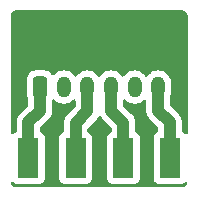
<source format=gtl>
G04 #@! TF.GenerationSoftware,KiCad,Pcbnew,8.0.5+1*
G04 #@! TF.CreationDate,2024-11-12T14:55:00+00:00*
G04 #@! TF.ProjectId,stepper-adapter,73746570-7065-4722-9d61-646170746572,rev?*
G04 #@! TF.SameCoordinates,Original*
G04 #@! TF.FileFunction,Copper,L1,Top*
G04 #@! TF.FilePolarity,Positive*
%FSLAX46Y46*%
G04 Gerber Fmt 4.6, Leading zero omitted, Abs format (unit mm)*
G04 Created by KiCad (PCBNEW 8.0.5+1) date 2024-11-12 14:55:00*
%MOMM*%
%LPD*%
G01*
G04 APERTURE LIST*
G04 Aperture macros list*
%AMRoundRect*
0 Rectangle with rounded corners*
0 $1 Rounding radius*
0 $2 $3 $4 $5 $6 $7 $8 $9 X,Y pos of 4 corners*
0 Add a 4 corners polygon primitive as box body*
4,1,4,$2,$3,$4,$5,$6,$7,$8,$9,$2,$3,0*
0 Add four circle primitives for the rounded corners*
1,1,$1+$1,$2,$3*
1,1,$1+$1,$4,$5*
1,1,$1+$1,$6,$7*
1,1,$1+$1,$8,$9*
0 Add four rect primitives between the rounded corners*
20,1,$1+$1,$2,$3,$4,$5,0*
20,1,$1+$1,$4,$5,$6,$7,0*
20,1,$1+$1,$6,$7,$8,$9,0*
20,1,$1+$1,$8,$9,$2,$3,0*%
G04 Aperture macros list end*
G04 #@! TA.AperFunction,SMDPad,CuDef*
%ADD10R,1.800000X3.400000*%
G04 #@! TD*
G04 #@! TA.AperFunction,ComponentPad*
%ADD11RoundRect,0.250000X-0.350000X-0.650000X0.350000X-0.650000X0.350000X0.650000X-0.350000X0.650000X0*%
G04 #@! TD*
G04 #@! TA.AperFunction,ComponentPad*
%ADD12O,1.200000X1.800000*%
G04 #@! TD*
G04 #@! TA.AperFunction,Conductor*
%ADD13C,1.000000*%
G04 #@! TD*
G04 APERTURE END LIST*
D10*
X6000000Y-13000000D03*
D11*
X3000000Y-7000000D03*
D12*
X5000000Y-7000000D03*
X7000000Y-7000000D03*
X9000000Y-7000000D03*
X11000000Y-7000000D03*
X13000000Y-7000000D03*
D10*
X2000000Y-13000000D03*
X10050000Y-13000000D03*
X14000000Y-13000000D03*
D13*
X13000000Y-7000000D02*
X13000000Y-9000000D01*
X13000000Y-9000000D02*
X14000000Y-10000000D01*
X14000000Y-10000000D02*
X14000000Y-13000000D01*
X3000000Y-7000000D02*
X3000000Y-9000000D01*
X2000000Y-10000000D02*
X2000000Y-13000000D01*
X3000000Y-9000000D02*
X2000000Y-10000000D01*
X7000000Y-9069239D02*
X6000000Y-10069239D01*
X6000000Y-10069239D02*
X6000000Y-13000000D01*
X7000000Y-7000000D02*
X7000000Y-9069239D01*
X9000000Y-9000000D02*
X10050000Y-10050000D01*
X10050000Y-10050000D02*
X10050000Y-13000000D01*
X9000000Y-7000000D02*
X9000000Y-9000000D01*
G04 #@! TA.AperFunction,NonConductor*
G36*
X15006922Y-501280D02*
G01*
X15097266Y-511459D01*
X15124331Y-517636D01*
X15203540Y-545352D01*
X15228553Y-557398D01*
X15299606Y-602043D01*
X15321313Y-619355D01*
X15380644Y-678686D01*
X15397957Y-700395D01*
X15442600Y-771444D01*
X15454648Y-796462D01*
X15482362Y-875666D01*
X15488540Y-902735D01*
X15498720Y-993075D01*
X15499500Y-1006960D01*
X15499500Y-10893106D01*
X15479815Y-10960145D01*
X15427011Y-11005900D01*
X15357853Y-11015844D01*
X15294297Y-10986819D01*
X15276234Y-10967418D01*
X15270789Y-10960145D01*
X15257546Y-10942454D01*
X15257544Y-10942453D01*
X15257544Y-10942452D01*
X15142335Y-10856206D01*
X15142328Y-10856202D01*
X15081167Y-10833391D01*
X15025233Y-10791520D01*
X15000816Y-10726056D01*
X15000500Y-10717209D01*
X15000500Y-10104675D01*
X15000501Y-10104654D01*
X15000501Y-9901457D01*
X15000500Y-9901455D01*
X14977178Y-9784209D01*
X14962052Y-9708165D01*
X14893704Y-9543159D01*
X14886633Y-9526088D01*
X14886628Y-9526079D01*
X14777140Y-9362219D01*
X14777137Y-9362215D01*
X14036819Y-8621897D01*
X14003334Y-8560574D01*
X14000500Y-8534216D01*
X14000500Y-7790235D01*
X14014016Y-7733939D01*
X14019873Y-7722445D01*
X14073402Y-7557701D01*
X14100500Y-7386611D01*
X14100500Y-6613389D01*
X14073402Y-6442299D01*
X14019873Y-6277555D01*
X13941232Y-6123212D01*
X13839414Y-5983072D01*
X13716928Y-5860586D01*
X13576788Y-5758768D01*
X13422445Y-5680127D01*
X13257701Y-5626598D01*
X13257699Y-5626597D01*
X13257698Y-5626597D01*
X13126271Y-5605781D01*
X13086611Y-5599500D01*
X12913389Y-5599500D01*
X12873728Y-5605781D01*
X12742302Y-5626597D01*
X12577552Y-5680128D01*
X12423211Y-5758768D01*
X12343256Y-5816859D01*
X12283072Y-5860586D01*
X12283070Y-5860588D01*
X12283069Y-5860588D01*
X12160588Y-5983069D01*
X12160581Y-5983078D01*
X12100317Y-6066023D01*
X12044987Y-6108689D01*
X11975374Y-6114667D01*
X11913579Y-6082061D01*
X11899683Y-6066023D01*
X11839418Y-5983078D01*
X11839414Y-5983072D01*
X11716928Y-5860586D01*
X11576788Y-5758768D01*
X11422445Y-5680127D01*
X11257701Y-5626598D01*
X11257699Y-5626597D01*
X11257698Y-5626597D01*
X11126271Y-5605781D01*
X11086611Y-5599500D01*
X10913389Y-5599500D01*
X10873728Y-5605781D01*
X10742302Y-5626597D01*
X10577552Y-5680128D01*
X10423211Y-5758768D01*
X10343256Y-5816859D01*
X10283072Y-5860586D01*
X10283070Y-5860588D01*
X10283069Y-5860588D01*
X10160588Y-5983069D01*
X10160581Y-5983078D01*
X10100317Y-6066023D01*
X10044987Y-6108689D01*
X9975374Y-6114667D01*
X9913579Y-6082061D01*
X9899683Y-6066023D01*
X9839418Y-5983078D01*
X9839414Y-5983072D01*
X9716928Y-5860586D01*
X9576788Y-5758768D01*
X9422445Y-5680127D01*
X9257701Y-5626598D01*
X9257699Y-5626597D01*
X9257698Y-5626597D01*
X9126271Y-5605781D01*
X9086611Y-5599500D01*
X8913389Y-5599500D01*
X8873728Y-5605781D01*
X8742302Y-5626597D01*
X8577552Y-5680128D01*
X8423211Y-5758768D01*
X8343256Y-5816859D01*
X8283072Y-5860586D01*
X8283070Y-5860588D01*
X8283069Y-5860588D01*
X8160588Y-5983069D01*
X8160581Y-5983078D01*
X8100317Y-6066023D01*
X8044987Y-6108689D01*
X7975374Y-6114667D01*
X7913579Y-6082061D01*
X7899683Y-6066023D01*
X7839418Y-5983078D01*
X7839414Y-5983072D01*
X7716928Y-5860586D01*
X7576788Y-5758768D01*
X7422445Y-5680127D01*
X7257701Y-5626598D01*
X7257699Y-5626597D01*
X7257698Y-5626597D01*
X7126271Y-5605781D01*
X7086611Y-5599500D01*
X6913389Y-5599500D01*
X6873728Y-5605781D01*
X6742302Y-5626597D01*
X6577552Y-5680128D01*
X6423211Y-5758768D01*
X6343256Y-5816859D01*
X6283072Y-5860586D01*
X6283070Y-5860588D01*
X6283069Y-5860588D01*
X6160588Y-5983069D01*
X6160581Y-5983078D01*
X6100317Y-6066023D01*
X6044987Y-6108689D01*
X5975374Y-6114667D01*
X5913579Y-6082061D01*
X5899683Y-6066023D01*
X5839418Y-5983078D01*
X5839414Y-5983072D01*
X5716928Y-5860586D01*
X5576788Y-5758768D01*
X5422445Y-5680127D01*
X5257701Y-5626598D01*
X5257699Y-5626597D01*
X5257698Y-5626597D01*
X5126271Y-5605781D01*
X5086611Y-5599500D01*
X4913389Y-5599500D01*
X4873728Y-5605781D01*
X4742302Y-5626597D01*
X4577552Y-5680128D01*
X4423211Y-5758768D01*
X4283073Y-5860585D01*
X4175530Y-5968128D01*
X4114207Y-6001612D01*
X4044515Y-5996628D01*
X3988582Y-5954756D01*
X3982310Y-5945543D01*
X3942712Y-5881344D01*
X3818656Y-5757288D01*
X3693559Y-5680128D01*
X3669336Y-5665187D01*
X3669331Y-5665185D01*
X3667862Y-5664698D01*
X3502797Y-5610001D01*
X3502795Y-5610000D01*
X3400010Y-5599500D01*
X2599998Y-5599500D01*
X2599980Y-5599501D01*
X2497203Y-5610000D01*
X2497200Y-5610001D01*
X2330668Y-5665185D01*
X2330663Y-5665187D01*
X2181342Y-5757289D01*
X2057289Y-5881342D01*
X1965187Y-6030663D01*
X1965186Y-6030666D01*
X1910001Y-6197203D01*
X1910001Y-6197204D01*
X1910000Y-6197204D01*
X1899500Y-6299983D01*
X1899500Y-7700001D01*
X1899501Y-7700018D01*
X1910000Y-7802796D01*
X1910001Y-7802799D01*
X1965185Y-7969331D01*
X1965186Y-7969334D01*
X1981039Y-7995036D01*
X1999500Y-8060132D01*
X1999500Y-8534217D01*
X1979815Y-8601256D01*
X1963182Y-8621897D01*
X1362220Y-9222859D01*
X1362218Y-9222861D01*
X1315344Y-9269735D01*
X1222859Y-9362219D01*
X1113371Y-9526080D01*
X1113364Y-9526093D01*
X1067103Y-9637780D01*
X1067103Y-9637781D01*
X1037949Y-9708163D01*
X1037947Y-9708171D01*
X1037947Y-9708172D01*
X1024176Y-9777404D01*
X1015950Y-9818755D01*
X999500Y-9901457D01*
X999500Y-10717209D01*
X979815Y-10784248D01*
X927011Y-10830003D01*
X918833Y-10833391D01*
X857671Y-10856202D01*
X857664Y-10856206D01*
X742455Y-10942452D01*
X723766Y-10967418D01*
X667832Y-11009288D01*
X598140Y-11014272D01*
X536818Y-10980786D01*
X503333Y-10919462D01*
X500500Y-10893106D01*
X500500Y-1006961D01*
X501280Y-993077D01*
X501280Y-993075D01*
X511459Y-902731D01*
X517635Y-875670D01*
X545353Y-796456D01*
X557396Y-771450D01*
X602046Y-700389D01*
X619351Y-678690D01*
X678690Y-619351D01*
X700389Y-602046D01*
X771450Y-557396D01*
X796456Y-545353D01*
X875670Y-517635D01*
X902733Y-511459D01*
X965419Y-504396D01*
X993079Y-501280D01*
X1006962Y-500500D01*
X1065892Y-500500D01*
X14934108Y-500500D01*
X14993038Y-500500D01*
X15006922Y-501280D01*
G37*
G04 #@! TD.AperFunction*
G04 #@! TA.AperFunction,NonConductor*
G36*
X10205703Y-8062491D02*
G01*
X10212181Y-8068523D01*
X10283072Y-8139414D01*
X10423212Y-8241232D01*
X10577555Y-8319873D01*
X10742299Y-8373402D01*
X10913389Y-8400500D01*
X10913390Y-8400500D01*
X11086610Y-8400500D01*
X11086611Y-8400500D01*
X11257701Y-8373402D01*
X11422445Y-8319873D01*
X11576788Y-8241232D01*
X11716928Y-8139414D01*
X11787819Y-8068523D01*
X11849142Y-8035038D01*
X11918834Y-8040022D01*
X11974767Y-8081894D01*
X11999184Y-8147358D01*
X11999500Y-8156204D01*
X11999500Y-9098542D01*
X12013273Y-9167779D01*
X12013273Y-9167781D01*
X12037947Y-9291830D01*
X12037951Y-9291842D01*
X12049866Y-9320607D01*
X12060038Y-9345165D01*
X12067102Y-9362218D01*
X12113366Y-9473911D01*
X12113371Y-9473920D01*
X12222859Y-9637780D01*
X12222860Y-9637781D01*
X12222861Y-9637782D01*
X12362218Y-9777139D01*
X12362219Y-9777139D01*
X12369286Y-9784206D01*
X12369285Y-9784206D01*
X12369289Y-9784209D01*
X12963181Y-10378101D01*
X12996666Y-10439424D01*
X12999500Y-10465782D01*
X12999500Y-10717209D01*
X12979815Y-10784248D01*
X12927011Y-10830003D01*
X12918833Y-10833391D01*
X12857671Y-10856202D01*
X12857664Y-10856206D01*
X12742455Y-10942452D01*
X12742452Y-10942455D01*
X12656206Y-11057664D01*
X12656202Y-11057671D01*
X12605908Y-11192517D01*
X12599501Y-11252116D01*
X12599501Y-11252123D01*
X12599500Y-11252135D01*
X12599500Y-14747870D01*
X12599501Y-14747876D01*
X12605908Y-14807483D01*
X12656202Y-14942328D01*
X12656206Y-14942335D01*
X12742452Y-15057544D01*
X12742455Y-15057547D01*
X12857664Y-15143793D01*
X12857671Y-15143797D01*
X12992517Y-15194091D01*
X12992516Y-15194091D01*
X12999444Y-15194835D01*
X13052127Y-15200500D01*
X14947872Y-15200499D01*
X15007483Y-15194091D01*
X15142331Y-15143796D01*
X15257546Y-15057546D01*
X15257545Y-15057546D01*
X15264645Y-15052232D01*
X15265984Y-15054020D01*
X15316472Y-15026444D01*
X15386165Y-15031420D01*
X15442104Y-15073284D01*
X15466529Y-15138745D01*
X15459888Y-15188559D01*
X15454648Y-15203535D01*
X15442600Y-15228555D01*
X15397957Y-15299604D01*
X15380644Y-15321313D01*
X15321313Y-15380644D01*
X15299604Y-15397957D01*
X15228555Y-15442600D01*
X15203537Y-15454648D01*
X15124333Y-15482362D01*
X15097264Y-15488540D01*
X15017075Y-15497576D01*
X15006921Y-15498720D01*
X14993038Y-15499500D01*
X1006962Y-15499500D01*
X993078Y-15498720D01*
X980553Y-15497308D01*
X902735Y-15488540D01*
X875666Y-15482362D01*
X796462Y-15454648D01*
X771444Y-15442600D01*
X700395Y-15397957D01*
X678686Y-15380644D01*
X619355Y-15321313D01*
X602042Y-15299604D01*
X557399Y-15228555D01*
X545351Y-15203535D01*
X540111Y-15188559D01*
X536550Y-15118780D01*
X571280Y-15058154D01*
X633274Y-15025928D01*
X702850Y-15032334D01*
X734620Y-15053213D01*
X735355Y-15052232D01*
X857664Y-15143793D01*
X857671Y-15143797D01*
X992517Y-15194091D01*
X992516Y-15194091D01*
X999444Y-15194835D01*
X1052127Y-15200500D01*
X2947872Y-15200499D01*
X3007483Y-15194091D01*
X3142331Y-15143796D01*
X3257546Y-15057546D01*
X3343796Y-14942331D01*
X3394091Y-14807483D01*
X3400500Y-14747873D01*
X3400499Y-11252128D01*
X3394091Y-11192517D01*
X3343796Y-11057669D01*
X3343795Y-11057668D01*
X3343793Y-11057664D01*
X3257547Y-10942455D01*
X3257544Y-10942452D01*
X3142335Y-10856206D01*
X3142328Y-10856202D01*
X3081167Y-10833391D01*
X3025233Y-10791520D01*
X3000816Y-10726056D01*
X3000500Y-10717209D01*
X3000500Y-10465782D01*
X3020185Y-10398743D01*
X3036819Y-10378101D01*
X3777137Y-9637784D01*
X3777139Y-9637782D01*
X3777140Y-9637781D01*
X3886632Y-9473914D01*
X3962052Y-9291835D01*
X4000501Y-9098540D01*
X4000501Y-8901459D01*
X4000501Y-8896349D01*
X4000500Y-8896323D01*
X4000500Y-8156204D01*
X4020185Y-8089165D01*
X4072989Y-8043410D01*
X4142147Y-8033466D01*
X4205703Y-8062491D01*
X4212181Y-8068523D01*
X4283072Y-8139414D01*
X4423212Y-8241232D01*
X4577555Y-8319873D01*
X4742299Y-8373402D01*
X4913389Y-8400500D01*
X4913390Y-8400500D01*
X5086610Y-8400500D01*
X5086611Y-8400500D01*
X5257701Y-8373402D01*
X5422445Y-8319873D01*
X5576788Y-8241232D01*
X5716928Y-8139414D01*
X5787819Y-8068523D01*
X5849142Y-8035038D01*
X5918834Y-8040022D01*
X5974767Y-8081894D01*
X5999184Y-8147358D01*
X5999500Y-8156204D01*
X5999500Y-8603456D01*
X5979815Y-8670495D01*
X5963181Y-8691137D01*
X5362220Y-9292098D01*
X5362218Y-9292100D01*
X5309154Y-9345164D01*
X5222859Y-9431458D01*
X5113371Y-9595319D01*
X5113364Y-9595332D01*
X5067103Y-9707019D01*
X5067103Y-9707020D01*
X5038059Y-9777139D01*
X5037949Y-9777404D01*
X5028336Y-9825727D01*
X4999500Y-9970695D01*
X4999500Y-10717209D01*
X4979815Y-10784248D01*
X4927011Y-10830003D01*
X4918833Y-10833391D01*
X4857671Y-10856202D01*
X4857664Y-10856206D01*
X4742455Y-10942452D01*
X4742452Y-10942455D01*
X4656206Y-11057664D01*
X4656202Y-11057671D01*
X4605908Y-11192517D01*
X4599501Y-11252116D01*
X4599501Y-11252123D01*
X4599500Y-11252135D01*
X4599500Y-14747870D01*
X4599501Y-14747876D01*
X4605908Y-14807483D01*
X4656202Y-14942328D01*
X4656206Y-14942335D01*
X4742452Y-15057544D01*
X4742455Y-15057547D01*
X4857664Y-15143793D01*
X4857671Y-15143797D01*
X4992517Y-15194091D01*
X4992516Y-15194091D01*
X4999444Y-15194835D01*
X5052127Y-15200500D01*
X6947872Y-15200499D01*
X7007483Y-15194091D01*
X7142331Y-15143796D01*
X7257546Y-15057546D01*
X7343796Y-14942331D01*
X7394091Y-14807483D01*
X7400500Y-14747873D01*
X7400499Y-11252128D01*
X7394091Y-11192517D01*
X7343796Y-11057669D01*
X7343795Y-11057668D01*
X7343793Y-11057664D01*
X7257547Y-10942455D01*
X7257544Y-10942452D01*
X7142335Y-10856206D01*
X7142328Y-10856202D01*
X7081167Y-10833391D01*
X7025233Y-10791520D01*
X7000816Y-10726056D01*
X7000500Y-10717209D01*
X7000500Y-10535021D01*
X7020185Y-10467982D01*
X7036819Y-10447340D01*
X7777137Y-9707023D01*
X7777137Y-9707022D01*
X7777140Y-9707020D01*
X7886632Y-9543153D01*
X7902326Y-9505262D01*
X7946166Y-9450861D01*
X8012459Y-9428795D01*
X8080159Y-9446073D01*
X8119989Y-9483825D01*
X8222859Y-9637780D01*
X8222863Y-9637785D01*
X8366537Y-9781459D01*
X8366559Y-9781479D01*
X9013181Y-10428101D01*
X9046666Y-10489424D01*
X9049500Y-10515782D01*
X9049500Y-10717209D01*
X9029815Y-10784248D01*
X8977011Y-10830003D01*
X8968833Y-10833391D01*
X8907671Y-10856202D01*
X8907664Y-10856206D01*
X8792455Y-10942452D01*
X8792452Y-10942455D01*
X8706206Y-11057664D01*
X8706202Y-11057671D01*
X8655908Y-11192517D01*
X8649501Y-11252116D01*
X8649501Y-11252123D01*
X8649500Y-11252135D01*
X8649500Y-14747870D01*
X8649501Y-14747876D01*
X8655908Y-14807483D01*
X8706202Y-14942328D01*
X8706206Y-14942335D01*
X8792452Y-15057544D01*
X8792455Y-15057547D01*
X8907664Y-15143793D01*
X8907671Y-15143797D01*
X9042517Y-15194091D01*
X9042516Y-15194091D01*
X9049444Y-15194835D01*
X9102127Y-15200500D01*
X10997872Y-15200499D01*
X11057483Y-15194091D01*
X11192331Y-15143796D01*
X11307546Y-15057546D01*
X11393796Y-14942331D01*
X11444091Y-14807483D01*
X11450500Y-14747873D01*
X11450499Y-11252128D01*
X11444091Y-11192517D01*
X11393796Y-11057669D01*
X11393795Y-11057668D01*
X11393793Y-11057664D01*
X11307547Y-10942455D01*
X11307544Y-10942452D01*
X11192335Y-10856206D01*
X11192328Y-10856202D01*
X11131167Y-10833391D01*
X11075233Y-10791520D01*
X11050816Y-10726056D01*
X11050500Y-10717209D01*
X11050500Y-9951456D01*
X11012052Y-9758170D01*
X11012051Y-9758169D01*
X11012051Y-9758165D01*
X10991340Y-9708165D01*
X10991339Y-9708163D01*
X10962187Y-9637782D01*
X10936635Y-9576093D01*
X10936634Y-9576092D01*
X10936632Y-9576086D01*
X10903228Y-9526093D01*
X10827139Y-9412217D01*
X10684686Y-9269764D01*
X10684655Y-9269735D01*
X10036819Y-8621899D01*
X10003334Y-8560576D01*
X10000500Y-8534218D01*
X10000500Y-8156204D01*
X10020185Y-8089165D01*
X10072989Y-8043410D01*
X10142147Y-8033466D01*
X10205703Y-8062491D01*
G37*
G04 #@! TD.AperFunction*
M02*

</source>
